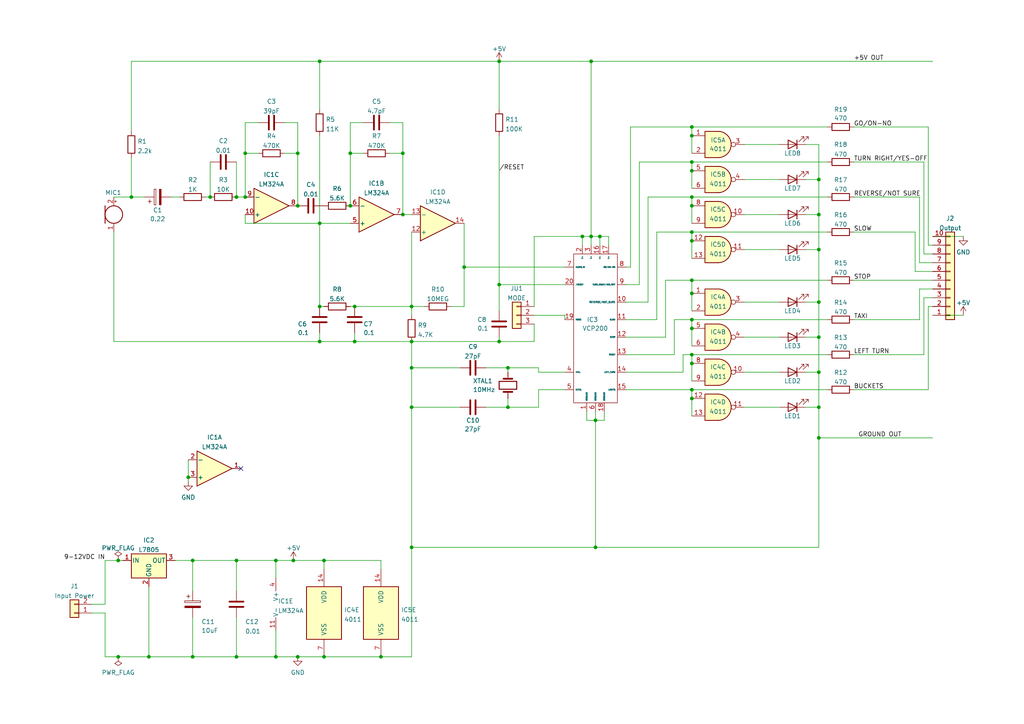
<source format=kicad_sch>
(kicad_sch (version 20211123) (generator eeschema)
  (paper "A4")
  (lib_symbols
    (symbol "4xxx:4011" (pin_names (offset 1.016))
      (property "Reference" "U" (at 0 1.27 0))
      (property "Value" "4011" (at 0 -1.27 0))
      (symbol "4011_1_1"
        (arc (start 0 -3.81) (mid 3.81 0) (end 0 3.81) (stroke (width 0.254)) (fill (type background)))
        (polyline (pts (xy 0 3.81) (xy -3.81 3.81) (xy -3.81 -3.81) (xy 0 -3.81)) (stroke (width 0.254)) (fill (type background)))
        (pin input line (at -7.62 2.54 0) (length 3.81) (name "~") (number "1"))
        (pin input line (at -7.62 -2.54 0) (length 3.81) (name "~") (number "2"))
        (pin output inverted (at 7.62 0 180) (length 3.81) (name "~") (number "3"))
      )
      (symbol "4011_1_2"
        (arc (start -3.81 -3.81) (mid -2.589 0) (end -3.81 3.81) (stroke (width 0.254)))
        (arc (start -0.6096 -3.81) (mid 2.1855 -2.584) (end 3.81 0) (stroke (width 0.254)) (fill (type background)))
        (polyline (pts (xy -3.81 -3.81) (xy -0.635 -3.81)) (stroke (width 0.254)) (fill (type background)))
        (polyline (pts (xy -3.81 3.81) (xy -0.635 3.81)) (stroke (width 0.254)) (fill (type background)))
        (polyline (pts (xy -0.635 3.81) (xy -3.81 3.81) (xy -3.81 3.81) (xy -3.556 3.4036) (xy -3.0226 2.2606) (xy -2.6924 1.0414) (xy -2.6162 -0.254) (xy -2.7686 -1.4986) (xy -3.175 -2.7178) (xy -3.81 -3.81) (xy -3.81 -3.81) (xy -0.635 -3.81)) (stroke (width -25.4)) (fill (type background)))
        (arc (start 3.81 0) (mid 2.1928 2.5925) (end -0.6096 3.81) (stroke (width 0.254)) (fill (type background)))
        (pin input inverted (at -7.62 2.54 0) (length 4.318) (name "~") (number "1"))
        (pin input inverted (at -7.62 -2.54 0) (length 4.318) (name "~") (number "2"))
        (pin output line (at 7.62 0 180) (length 3.81) (name "~") (number "3"))
      )
      (symbol "4011_2_1"
        (arc (start 0 -3.81) (mid 3.81 0) (end 0 3.81) (stroke (width 0.254)) (fill (type background)))
        (polyline (pts (xy 0 3.81) (xy -3.81 3.81) (xy -3.81 -3.81) (xy 0 -3.81)) (stroke (width 0.254)) (fill (type background)))
        (pin output inverted (at 7.62 0 180) (length 3.81) (name "~") (number "4"))
        (pin input line (at -7.62 2.54 0) (length 3.81) (name "~") (number "5"))
        (pin input line (at -7.62 -2.54 0) (length 3.81) (name "~") (number "6"))
      )
      (symbol "4011_2_2"
        (arc (start -3.81 -3.81) (mid -2.589 0) (end -3.81 3.81) (stroke (width 0.254)))
        (arc (start -0.6096 -3.81) (mid 2.1855 -2.584) (end 3.81 0) (stroke (width 0.254)) (fill (type background)))
        (polyline (pts (xy -3.81 -3.81) (xy -0.635 -3.81)) (stroke (width 0.254)) (fill (type background)))
        (polyline (pts (xy -3.81 3.81) (xy -0.635 3.81)) (stroke (width 0.254)) (fill (type background)))
        (polyline (pts (xy -0.635 3.81) (xy -3.81 3.81) (xy -3.81 3.81) (xy -3.556 3.4036) (xy -3.0226 2.2606) (xy -2.6924 1.0414) (xy -2.6162 -0.254) (xy -2.7686 -1.4986) (xy -3.175 -2.7178) (xy -3.81 -3.81) (xy -3.81 -3.81) (xy -0.635 -3.81)) (stroke (width -25.4)) (fill (type background)))
        (arc (start 3.81 0) (mid 2.1928 2.5925) (end -0.6096 3.81) (stroke (width 0.254)) (fill (type background)))
        (pin output line (at 7.62 0 180) (length 3.81) (name "~") (number "4"))
        (pin input inverted (at -7.62 2.54 0) (length 4.318) (name "~") (number "5"))
        (pin input inverted (at -7.62 -2.54 0) (length 4.318) (name "~") (number "6"))
      )
      (symbol "4011_3_1"
        (arc (start 0 -3.81) (mid 3.81 0) (end 0 3.81) (stroke (width 0.254)) (fill (type background)))
        (polyline (pts (xy 0 3.81) (xy -3.81 3.81) (xy -3.81 -3.81) (xy 0 -3.81)) (stroke (width 0.254)) (fill (type background)))
        (pin output inverted (at 7.62 0 180) (length 3.81) (name "~") (number "10"))
        (pin input line (at -7.62 2.54 0) (length 3.81) (name "~") (number "8"))
        (pin input line (at -7.62 -2.54 0) (length 3.81) (name "~") (number "9"))
      )
      (symbol "4011_3_2"
        (arc (start -3.81 -3.81) (mid -2.589 0) (end -3.81 3.81) (stroke (width 0.254)))
        (arc (start -0.6096 -3.81) (mid 2.1855 -2.584) (end 3.81 0) (stroke (width 0.254)) (fill (type background)))
        (polyline (pts (xy -3.81 -3.81) (xy -0.635 -3.81)) (stroke (width 0.254)) (fill (type background)))
        (polyline (pts (xy -3.81 3.81) (xy -0.635 3.81)) (stroke (width 0.254)) (fill (type background)))
        (polyline (pts (xy -0.635 3.81) (xy -3.81 3.81) (xy -3.81 3.81) (xy -3.556 3.4036) (xy -3.0226 2.2606) (xy -2.6924 1.0414) (xy -2.6162 -0.254) (xy -2.7686 -1.4986) (xy -3.175 -2.7178) (xy -3.81 -3.81) (xy -3.81 -3.81) (xy -0.635 -3.81)) (stroke (width -25.4)) (fill (type background)))
        (arc (start 3.81 0) (mid 2.1928 2.5925) (end -0.6096 3.81) (stroke (width 0.254)) (fill (type background)))
        (pin output line (at 7.62 0 180) (length 3.81) (name "~") (number "10"))
        (pin input inverted (at -7.62 2.54 0) (length 4.318) (name "~") (number "8"))
        (pin input inverted (at -7.62 -2.54 0) (length 4.318) (name "~") (number "9"))
      )
      (symbol "4011_4_1"
        (arc (start 0 -3.81) (mid 3.81 0) (end 0 3.81) (stroke (width 0.254)) (fill (type background)))
        (polyline (pts (xy 0 3.81) (xy -3.81 3.81) (xy -3.81 -3.81) (xy 0 -3.81)) (stroke (width 0.254)) (fill (type background)))
        (pin output inverted (at 7.62 0 180) (length 3.81) (name "~") (number "11"))
        (pin input line (at -7.62 2.54 0) (length 3.81) (name "~") (number "12"))
        (pin input line (at -7.62 -2.54 0) (length 3.81) (name "~") (number "13"))
      )
      (symbol "4011_4_2"
        (arc (start -3.81 -3.81) (mid -2.589 0) (end -3.81 3.81) (stroke (width 0.254)))
        (arc (start -0.6096 -3.81) (mid 2.1855 -2.584) (end 3.81 0) (stroke (width 0.254)) (fill (type background)))
        (polyline (pts (xy -3.81 -3.81) (xy -0.635 -3.81)) (stroke (width 0.254)) (fill (type background)))
        (polyline (pts (xy -3.81 3.81) (xy -0.635 3.81)) (stroke (width 0.254)) (fill (type background)))
        (polyline (pts (xy -0.635 3.81) (xy -3.81 3.81) (xy -3.81 3.81) (xy -3.556 3.4036) (xy -3.0226 2.2606) (xy -2.6924 1.0414) (xy -2.6162 -0.254) (xy -2.7686 -1.4986) (xy -3.175 -2.7178) (xy -3.81 -3.81) (xy -3.81 -3.81) (xy -0.635 -3.81)) (stroke (width -25.4)) (fill (type background)))
        (arc (start 3.81 0) (mid 2.1928 2.5925) (end -0.6096 3.81) (stroke (width 0.254)) (fill (type background)))
        (pin output line (at 7.62 0 180) (length 3.81) (name "~") (number "11"))
        (pin input inverted (at -7.62 2.54 0) (length 4.318) (name "~") (number "12"))
        (pin input inverted (at -7.62 -2.54 0) (length 4.318) (name "~") (number "13"))
      )
      (symbol "4011_5_0"
        (pin power_in line (at 0 12.7 270) (length 5.08) (name "VDD") (number "14"))
        (pin power_in line (at 0 -12.7 90) (length 5.08) (name "VSS") (number "7"))
      )
      (symbol "4011_5_1"
        (rectangle (start -5.08 7.62) (end 5.08 -7.62) (stroke (width 0.254)) (fill (type background)))
      )
    )
    (symbol "Amplifier_Operational:LM324A" (pin_names (offset 0.127))
      (property "Reference" "U" (at 0 5.08 0))
      (property "Value" "LM324A" (at 0 -5.08 0))
      (symbol "LM324A_1_1"
        (polyline (pts (xy -5.08 5.08) (xy 5.08 0) (xy -5.08 -5.08) (xy -5.08 5.08)) (stroke (width 0.254)) (fill (type background)))
        (pin output line (at 7.62 0 180) (length 2.54) (name "~") (number "1"))
        (pin input line (at -7.62 -2.54 0) (length 2.54) (name "-") (number "2"))
        (pin input line (at -7.62 2.54 0) (length 2.54) (name "+") (number "3"))
      )
      (symbol "LM324A_2_1"
        (polyline (pts (xy -5.08 5.08) (xy 5.08 0) (xy -5.08 -5.08) (xy -5.08 5.08)) (stroke (width 0.254)) (fill (type background)))
        (pin input line (at -7.62 2.54 0) (length 2.54) (name "+") (number "5"))
        (pin input line (at -7.62 -2.54 0) (length 2.54) (name "-") (number "6"))
        (pin output line (at 7.62 0 180) (length 2.54) (name "~") (number "7"))
      )
      (symbol "LM324A_3_1"
        (polyline (pts (xy -5.08 5.08) (xy 5.08 0) (xy -5.08 -5.08) (xy -5.08 5.08)) (stroke (width 0.254)) (fill (type background)))
        (pin input line (at -7.62 2.54 0) (length 2.54) (name "+") (number "10"))
        (pin output line (at 7.62 0 180) (length 2.54) (name "~") (number "8"))
        (pin input line (at -7.62 -2.54 0) (length 2.54) (name "-") (number "9"))
      )
      (symbol "LM324A_4_1"
        (polyline (pts (xy -5.08 5.08) (xy 5.08 0) (xy -5.08 -5.08) (xy -5.08 5.08)) (stroke (width 0.254)) (fill (type background)))
        (pin input line (at -7.62 2.54 0) (length 2.54) (name "+") (number "12"))
        (pin input line (at -7.62 -2.54 0) (length 2.54) (name "-") (number "13"))
        (pin output line (at 7.62 0 180) (length 2.54) (name "~") (number "14"))
      )
      (symbol "LM324A_5_1"
        (pin power_in line (at -2.54 -7.62 90) (length 3.81) (name "V-") (number "11"))
        (pin power_in line (at -2.54 7.62 270) (length 3.81) (name "V+") (number "4"))
      )
    )
    (symbol "Connector_Generic:Conn_01x02" (pin_names (offset 1.016) hide)
      (property "Reference" "J" (at 0 2.54 0))
      (property "Value" "Conn_01x02" (at 0 -5.08 0))
      (symbol "Conn_01x02_1_1"
        (rectangle (start -1.27 -2.413) (end 0 -2.667) (stroke (width 0.1524)))
        (rectangle (start -1.27 0.127) (end 0 -0.127) (stroke (width 0.1524)))
        (rectangle (start -1.27 1.27) (end 1.27 -3.81) (stroke (width 0.254)) (fill (type background)))
        (pin passive line (at -5.08 0 0) (length 3.81) (name "Pin_1") (number "1"))
        (pin passive line (at -5.08 -2.54 0) (length 3.81) (name "Pin_2") (number "2"))
      )
    )
    (symbol "Connector_Generic:Conn_01x03" (pin_names (offset 1.016) hide)
      (property "Reference" "J" (at 0 5.08 0))
      (property "Value" "Conn_01x03" (at 0 -5.08 0))
      (symbol "Conn_01x03_1_1"
        (rectangle (start -1.27 -2.413) (end 0 -2.667) (stroke (width 0.1524)))
        (rectangle (start -1.27 0.127) (end 0 -0.127) (stroke (width 0.1524)))
        (rectangle (start -1.27 2.667) (end 0 2.413) (stroke (width 0.1524)))
        (rectangle (start -1.27 3.81) (end 1.27 -3.81) (stroke (width 0.254)) (fill (type background)))
        (pin passive line (at -5.08 2.54 0) (length 3.81) (name "Pin_1") (number "1"))
        (pin passive line (at -5.08 0 0) (length 3.81) (name "Pin_2") (number "2"))
        (pin passive line (at -5.08 -2.54 0) (length 3.81) (name "Pin_3") (number "3"))
      )
    )
    (symbol "Connector_Generic:Conn_01x10" (pin_names (offset 1.016) hide)
      (property "Reference" "J" (at 0 12.7 0))
      (property "Value" "Conn_01x10" (at 0 -15.24 0))
      (symbol "Conn_01x10_1_1"
        (rectangle (start -1.27 -12.573) (end 0 -12.827) (stroke (width 0.1524)))
        (rectangle (start -1.27 -10.033) (end 0 -10.287) (stroke (width 0.1524)))
        (rectangle (start -1.27 -7.493) (end 0 -7.747) (stroke (width 0.1524)))
        (rectangle (start -1.27 -4.953) (end 0 -5.207) (stroke (width 0.1524)))
        (rectangle (start -1.27 -2.413) (end 0 -2.667) (stroke (width 0.1524)))
        (rectangle (start -1.27 0.127) (end 0 -0.127) (stroke (width 0.1524)))
        (rectangle (start -1.27 2.667) (end 0 2.413) (stroke (width 0.1524)))
        (rectangle (start -1.27 5.207) (end 0 4.953) (stroke (width 0.1524)))
        (rectangle (start -1.27 7.747) (end 0 7.493) (stroke (width 0.1524)))
        (rectangle (start -1.27 10.287) (end 0 10.033) (stroke (width 0.1524)))
        (rectangle (start -1.27 11.43) (end 1.27 -13.97) (stroke (width 0.254)) (fill (type background)))
        (pin passive line (at -5.08 10.16 0) (length 3.81) (name "Pin_1") (number "1"))
        (pin passive line (at -5.08 -12.7 0) (length 3.81) (name "Pin_10") (number "10"))
        (pin passive line (at -5.08 7.62 0) (length 3.81) (name "Pin_2") (number "2"))
        (pin passive line (at -5.08 5.08 0) (length 3.81) (name "Pin_3") (number "3"))
        (pin passive line (at -5.08 2.54 0) (length 3.81) (name "Pin_4") (number "4"))
        (pin passive line (at -5.08 0 0) (length 3.81) (name "Pin_5") (number "5"))
        (pin passive line (at -5.08 -2.54 0) (length 3.81) (name "Pin_6") (number "6"))
        (pin passive line (at -5.08 -5.08 0) (length 3.81) (name "Pin_7") (number "7"))
        (pin passive line (at -5.08 -7.62 0) (length 3.81) (name "Pin_8") (number "8"))
        (pin passive line (at -5.08 -10.16 0) (length 3.81) (name "Pin_9") (number "9"))
      )
    )
    (symbol "Device:C" (pin_numbers hide) (pin_names (offset 0.254))
      (property "Reference" "C" (at 0.635 2.54 0))
      (property "Value" "C" (at 0.635 -2.54 0))
      (symbol "C_0_1"
        (polyline (pts (xy -2.032 -0.762) (xy 2.032 -0.762)) (stroke (width 0.508)))
        (polyline (pts (xy -2.032 0.762) (xy 2.032 0.762)) (stroke (width 0.508)))
      )
      (symbol "C_1_1"
        (pin passive line (at 0 3.81 270) (length 2.794) (name "~") (number "1"))
        (pin passive line (at 0 -3.81 90) (length 2.794) (name "~") (number "2"))
      )
    )
    (symbol "Device:C_Polarized" (pin_numbers hide) (pin_names (offset 0.254))
      (property "Reference" "C" (at 0.635 2.54 0))
      (property "Value" "C_Polarized" (at 0.635 -2.54 0))
      (symbol "C_Polarized_0_1"
        (rectangle (start -2.286 0.508) (end 2.286 1.016))
        (polyline (pts (xy -1.778 2.286) (xy -0.762 2.286)))
        (polyline (pts (xy -1.27 2.794) (xy -1.27 1.778)))
        (rectangle (start 2.286 -0.508) (end -2.286 -1.016) (fill (type outline)))
      )
      (symbol "C_Polarized_1_1"
        (pin passive line (at 0 3.81 270) (length 2.794) (name "~") (number "1"))
        (pin passive line (at 0 -3.81 90) (length 2.794) (name "~") (number "2"))
      )
    )
    (symbol "Device:Crystal" (pin_numbers hide) (pin_names (offset 1.016) hide)
      (property "Reference" "Y" (at 0 3.81 0))
      (property "Value" "Crystal" (at 0 -3.81 0))
      (symbol "Crystal_0_1"
        (rectangle (start -1.143 2.54) (end 1.143 -2.54) (stroke (width 0.3048)))
        (polyline (pts (xy -2.54 0) (xy -1.905 0)))
        (polyline (pts (xy -1.905 -1.27) (xy -1.905 1.27)) (stroke (width 0.508)))
        (polyline (pts (xy 1.905 -1.27) (xy 1.905 1.27)) (stroke (width 0.508)))
        (polyline (pts (xy 2.54 0) (xy 1.905 0)))
      )
      (symbol "Crystal_1_1"
        (pin passive line (at -3.81 0 0) (length 1.27) (name "1") (number "1"))
        (pin passive line (at 3.81 0 180) (length 1.27) (name "2") (number "2"))
      )
    )
    (symbol "Device:LED" (pin_numbers hide) (pin_names (offset 1.016) hide)
      (property "Reference" "D" (at 0 2.54 0))
      (property "Value" "LED" (at 0 -2.54 0))
      (symbol "LED_0_1"
        (polyline (pts (xy -1.27 -1.27) (xy -1.27 1.27)) (stroke (width 0.254)))
        (polyline (pts (xy -1.27 0) (xy 1.27 0)))
        (polyline (pts (xy 1.27 -1.27) (xy 1.27 1.27) (xy -1.27 0) (xy 1.27 -1.27)) (stroke (width 0.254)))
        (polyline (pts (xy -3.048 -0.762) (xy -4.572 -2.286) (xy -3.81 -2.286) (xy -4.572 -2.286) (xy -4.572 -1.524)))
        (polyline (pts (xy -1.778 -0.762) (xy -3.302 -2.286) (xy -2.54 -2.286) (xy -3.302 -2.286) (xy -3.302 -1.524)))
      )
      (symbol "LED_1_1"
        (pin passive line (at -3.81 0 0) (length 2.54) (name "K") (number "1"))
        (pin passive line (at 3.81 0 180) (length 2.54) (name "A") (number "2"))
      )
    )
    (symbol "Device:Microphone" (pin_names (offset 0.0254) hide)
      (property "Reference" "MK" (at -3.81 1.27 0))
      (property "Value" "Microphone" (at -3.81 -0.635 0))
      (symbol "Microphone_0_1"
        (polyline (pts (xy -2.54 2.54) (xy -2.54 -2.54)) (stroke (width 0.254)))
        (polyline (pts (xy 0.254 3.81) (xy 0.762 3.81)))
        (polyline (pts (xy 0.508 4.064) (xy 0.508 3.556)))
        (circle (center 0 0) (radius 2.54) (stroke (width 0.254)))
      )
      (symbol "Microphone_1_1"
        (pin passive line (at 0 -5.08 90) (length 2.54) (name "-") (number "1"))
        (pin passive line (at 0 5.08 270) (length 2.54) (name "+") (number "2"))
      )
    )
    (symbol "Device:R" (pin_numbers hide) (pin_names (offset 0))
      (property "Reference" "R" (at 2.032 0 90))
      (property "Value" "R" (at 0 0 90))
      (symbol "R_0_1"
        (rectangle (start -1.016 -2.54) (end 1.016 2.54) (stroke (width 0.254)))
      )
      (symbol "R_1_1"
        (pin passive line (at 0 3.81 270) (length 1.27) (name "~") (number "1"))
        (pin passive line (at 0 -3.81 90) (length 1.27) (name "~") (number "2"))
      )
    )
    (symbol "Evan's misc parts:VCP200"
      (property "Reference" "U" (at 0 0 0))
      (property "Value" "VCP200" (at 0 -2.54 0))
      (symbol "VCP200_0_1"
        (rectangle (start -6.35 19.05) (end 6.35 -24.13) (stroke (width 0.1524)))
      )
      (symbol "VCP200_1_1"
        (pin power_in line (at -2.54 -26.67 90) (length 2.54) (name "GROUND") (number "1"))
        (pin output line (at 8.89 5.08 180) (length 2.54) (name "REVERSE/NOT_SURE") (number "10"))
        (pin output line (at 8.89 0 180) (length 2.54) (name "SLOW") (number "11"))
        (pin output line (at 8.89 -5.08 180) (length 2.54) (name "STOP") (number "12"))
        (pin output line (at 8.89 -10.16 180) (length 2.54) (name "RESET") (number "13"))
        (pin output line (at 8.89 -15.24 180) (length 2.54) (name "LEFT_TURN") (number "14"))
        (pin output line (at 8.89 -20.32 180) (length 2.54) (name "LIGHTS") (number "15"))
        (pin power_in line (at 1.27 21.59 270) (length 2.54) (name "V+") (number "16"))
        (pin power_in line (at 3.81 21.59 270) (length 2.54) (name "V+") (number "17"))
        (pin power_in line (at 2.54 -26.67 90) (length 2.54) (name "GROUND") (number "18"))
        (pin input line (at -8.89 0 0) (length 2.54) (name "MODE") (number "19"))
        (pin power_in line (at -3.81 21.59 270) (length 2.54) (name "V+") (number "2"))
        (pin input line (at -8.89 10.16 0) (length 2.54) (name "/RESET") (number "20"))
        (pin power_in line (at -1.27 21.59 270) (length 2.54) (name "V+") (number "3"))
        (pin bidirectional line (at -8.89 -15.24 0) (length 2.54) (name "XTAL") (number "4"))
        (pin bidirectional line (at -8.89 -20.32 0) (length 2.54) (name "EXTAL") (number "5"))
        (pin power_in line (at 0 -26.67 90) (length 2.54) (name "GROUND") (number "6"))
        (pin input line (at -8.89 15.24 0) (length 2.54) (name "AUDIO_IN") (number "7"))
        (pin output line (at 8.89 15.24 180) (length 2.54) (name "GO/NO-ON") (number "8"))
        (pin output line (at 8.89 10.16 180) (length 2.54) (name "TURN_RIGHT/YES/OFF") (number "9"))
      )
    )
    (symbol "Regulator_Linear:L7805" (pin_names (offset 0.254))
      (property "Reference" "U" (at -3.81 3.175 0))
      (property "Value" "L7805" (at 0 3.175 0))
      (symbol "L7805_0_1"
        (rectangle (start -5.08 1.905) (end 5.08 -5.08) (stroke (width 0.254)) (fill (type background)))
      )
      (symbol "L7805_1_1"
        (pin power_in line (at -7.62 0 0) (length 2.54) (name "IN") (number "1"))
        (pin power_in line (at 0 -7.62 90) (length 2.54) (name "GND") (number "2"))
        (pin power_out line (at 7.62 0 180) (length 2.54) (name "OUT") (number "3"))
      )
    )
    (symbol "power:+5V" (power) (pin_names (offset 0))
      (property "Value" "+5V" (at 0 3.556 0))
      (symbol "+5V_0_1"
        (polyline (pts (xy -0.762 1.27) (xy 0 2.54)))
        (polyline (pts (xy 0 0) (xy 0 2.54)))
        (polyline (pts (xy 0 2.54) (xy 0.762 1.27)))
      )
      (symbol "+5V_1_1"
        (pin power_in line (at 0 0 90) (length 0) hide (name "+5V") (number "1"))
      )
    )
    (symbol "power:GND" (power) (pin_names (offset 0))
      (property "Value" "GND" (at 0 -3.81 0))
      (symbol "GND_0_1"
        (polyline (pts (xy 0 0) (xy 0 -1.27) (xy 1.27 -1.27) (xy 0 -2.54) (xy -1.27 -1.27) (xy 0 -1.27)))
      )
      (symbol "GND_1_1"
        (pin power_in line (at 0 0 270) (length 0) hide (name "GND") (number "1"))
      )
    )
    (symbol "power:PWR_FLAG" (power) (pin_numbers hide) (pin_names (offset 0) hide)
      (property "Value" "PWR_FLAG" (at 0 3.81 0))
      (symbol "PWR_FLAG_0_0"
        (pin power_out line (at 0 0 90) (length 0) (name "pwr") (number "1"))
      )
      (symbol "PWR_FLAG_0_1"
        (polyline (pts (xy 0 0) (xy 0 1.27) (xy -1.016 1.905) (xy 0 2.54) (xy 1.016 1.905) (xy 0 1.27)))
      )
    )
  )
  (junction (at 68.58 57.15))
  (junction (at 237.49 97.79))
  (junction (at 237.49 52.07))
  (junction (at 110.49 190.5))
  (junction (at 200.66 95.25))
  (junction (at 144.78 82.55))
  (junction (at 43.18 190.5))
  (junction (at 134.62 77.47))
  (junction (at 171.45 17.78))
  (junction (at 147.32 118.11))
  (junction (at 119.38 99.06))
  (junction (at 86.36 190.5))
  (junction (at 92.71 88.9))
  (junction (at 200.66 92.71))
  (junction (at 200.66 49.53))
  (junction (at 86.36 44.45))
  (junction (at 92.71 64.77))
  (junction (at 237.49 87.63))
  (junction (at 55.88 190.5))
  (junction (at 200.66 69.85))
  (junction (at 60.96 57.15))
  (junction (at 80.01 162.56))
  (junction (at 102.87 88.9))
  (junction (at 200.66 39.37))
  (junction (at 172.72 121.92))
  (junction (at 116.84 44.45))
  (junction (at 237.49 107.95))
  (junction (at 68.58 190.5))
  (junction (at 200.66 59.69))
  (junction (at 92.71 17.78))
  (junction (at 173.99 68.58))
  (junction (at 102.87 99.06))
  (junction (at 68.58 162.56))
  (junction (at 200.66 113.03))
  (junction (at 237.49 62.23))
  (junction (at 34.29 162.56))
  (junction (at 54.61 138.43))
  (junction (at 200.66 85.09))
  (junction (at 171.45 68.58))
  (junction (at 237.49 72.39))
  (junction (at 119.38 88.9))
  (junction (at 200.66 67.31))
  (junction (at 71.12 57.15))
  (junction (at 101.6 44.45))
  (junction (at 86.36 59.69))
  (junction (at 80.01 190.5))
  (junction (at 200.66 115.57))
  (junction (at 237.49 127))
  (junction (at 116.84 62.23))
  (junction (at 200.66 36.83))
  (junction (at 172.72 158.75))
  (junction (at 200.66 105.41))
  (junction (at 71.12 44.45))
  (junction (at 200.66 57.15))
  (junction (at 200.66 81.28))
  (junction (at 55.88 162.56))
  (junction (at 119.38 106.68))
  (junction (at 101.6 59.69))
  (junction (at 168.91 68.58))
  (junction (at 93.98 190.5))
  (junction (at 34.29 190.5))
  (junction (at 38.1 57.15))
  (junction (at 200.66 102.87))
  (junction (at 119.38 118.11))
  (junction (at 147.32 106.68))
  (junction (at 144.78 99.06))
  (junction (at 92.71 99.06))
  (junction (at 144.78 17.78))
  (junction (at 237.49 118.11))
  (junction (at 93.98 162.56))
  (junction (at 85.09 162.56))
  (junction (at 200.66 46.99))
  (junction (at 119.38 158.75))
  (no_connect (at 69.85 135.89))
  (wire (pts (xy 82.55 44.45) (xy 86.36 44.45)))
  (wire (pts (xy 140.97 118.11) (xy 147.32 118.11)))
  (wire (pts (xy 240.03 102.87) (xy 200.66 102.87)))
  (wire (pts (xy 200.66 102.87) (xy 200.66 105.41)))
  (wire (pts (xy 80.01 162.56) (xy 80.01 167.64)))
  (wire (pts (xy 144.78 31.75) (xy 144.78 17.78)))
  (wire (pts (xy 237.49 87.63) (xy 237.49 97.79)))
  (wire (pts (xy 237.49 127) (xy 237.49 158.75)))
  (wire (pts (xy 182.88 36.83) (xy 182.88 77.47)))
  (wire (pts (xy 181.61 113.03) (xy 200.66 113.03)))
  (wire (pts (xy 215.9 72.39) (xy 226.06 72.39)))
  (wire (pts (xy 34.29 190.5) (xy 43.18 190.5)))
  (wire (pts (xy 170.18 119.38) (xy 170.18 121.92)))
  (wire (pts (xy 172.72 121.92) (xy 172.72 158.75)))
  (wire (pts (xy 269.24 88.9) (xy 269.24 113.03)))
  (wire (pts (xy 119.38 158.75) (xy 119.38 190.5)))
  (wire (pts (xy 200.66 67.31) (xy 200.66 69.85)))
  (wire (pts (xy 101.6 59.69) (xy 101.6 44.45)))
  (wire (pts (xy 193.04 81.28) (xy 193.04 97.79)))
  (wire (pts (xy 30.48 162.56) (xy 34.29 162.56)))
  (wire (pts (xy 200.66 57.15) (xy 187.96 57.15)))
  (wire (pts (xy 195.58 92.71) (xy 195.58 102.87)))
  (wire (pts (xy 215.9 107.95) (xy 226.06 107.95)))
  (wire (pts (xy 269.24 71.12) (xy 269.24 36.83)))
  (wire (pts (xy 68.58 190.5) (xy 55.88 190.5)))
  (wire (pts (xy 200.66 92.71) (xy 195.58 92.71)))
  (wire (pts (xy 267.97 46.99) (xy 267.97 73.66)))
  (wire (pts (xy 215.9 118.11) (xy 226.06 118.11)))
  (wire (pts (xy 33.02 99.06) (xy 92.71 99.06)))
  (wire (pts (xy 173.99 68.58) (xy 173.99 71.12)))
  (wire (pts (xy 119.38 88.9) (xy 123.19 88.9)))
  (wire (pts (xy 185.42 46.99) (xy 185.42 82.55)))
  (wire (pts (xy 267.97 86.36) (xy 267.97 102.87)))
  (wire (pts (xy 26.67 175.26) (xy 30.48 175.26)))
  (wire (pts (xy 110.49 190.5) (xy 93.98 190.5)))
  (wire (pts (xy 198.12 102.87) (xy 198.12 107.95)))
  (wire (pts (xy 30.48 177.8) (xy 30.48 190.5)))
  (wire (pts (xy 101.6 44.45) (xy 101.6 35.56)))
  (wire (pts (xy 144.78 82.55) (xy 163.83 82.55)))
  (wire (pts (xy 163.83 107.95) (xy 156.21 107.95)))
  (wire (pts (xy 176.53 68.58) (xy 176.53 71.12)))
  (wire (pts (xy 269.24 113.03) (xy 247.65 113.03)))
  (wire (pts (xy 113.03 35.56) (xy 116.84 35.56)))
  (wire (pts (xy 175.26 121.92) (xy 172.72 121.92)))
  (wire (pts (xy 266.7 83.82) (xy 266.7 92.71)))
  (wire (pts (xy 147.32 106.68) (xy 147.32 107.95)))
  (wire (pts (xy 200.66 85.09) (xy 200.66 90.17)))
  (wire (pts (xy 116.84 35.56) (xy 116.84 44.45)))
  (wire (pts (xy 182.88 77.47) (xy 181.61 77.47)))
  (wire (pts (xy 200.66 49.53) (xy 200.66 54.61)))
  (wire (pts (xy 237.49 127) (xy 270.51 127)))
  (wire (pts (xy 265.43 67.31) (xy 247.65 67.31)))
  (wire (pts (xy 92.71 88.9) (xy 93.98 88.9)))
  (wire (pts (xy 163.83 91.44) (xy 163.83 92.71)))
  (wire (pts (xy 240.03 92.71) (xy 200.66 92.71)))
  (wire (pts (xy 119.38 118.11) (xy 133.35 118.11)))
  (wire (pts (xy 270.51 78.74) (xy 265.43 78.74)))
  (wire (pts (xy 270.51 71.12) (xy 269.24 71.12)))
  (wire (pts (xy 247.65 46.99) (xy 267.97 46.99)))
  (wire (pts (xy 269.24 36.83) (xy 247.65 36.83)))
  (wire (pts (xy 200.66 95.25) (xy 200.66 100.33)))
  (wire (pts (xy 134.62 64.77) (xy 134.62 77.47)))
  (wire (pts (xy 156.21 118.11) (xy 147.32 118.11)))
  (wire (pts (xy 200.66 113.03) (xy 200.66 115.57)))
  (wire (pts (xy 93.98 162.56) (xy 93.98 165.1)))
  (wire (pts (xy 156.21 113.03) (xy 156.21 118.11)))
  (wire (pts (xy 154.94 88.9) (xy 154.94 68.58)))
  (wire (pts (xy 119.38 99.06) (xy 119.38 106.68)))
  (wire (pts (xy 170.18 121.92) (xy 172.72 121.92)))
  (wire (pts (xy 80.01 190.5) (xy 86.36 190.5)))
  (wire (pts (xy 102.87 96.52) (xy 102.87 99.06)))
  (wire (pts (xy 130.81 88.9) (xy 134.62 88.9)))
  (wire (pts (xy 30.48 175.26) (xy 30.48 162.56)))
  (wire (pts (xy 54.61 138.43) (xy 54.61 139.7)))
  (wire (pts (xy 102.87 99.06) (xy 119.38 99.06)))
  (wire (pts (xy 71.12 35.56) (xy 71.12 44.45)))
  (wire (pts (xy 270.51 83.82) (xy 266.7 83.82)))
  (wire (pts (xy 92.71 39.37) (xy 92.71 64.77)))
  (wire (pts (xy 267.97 73.66) (xy 270.51 73.66)))
  (wire (pts (xy 119.38 190.5) (xy 110.49 190.5)))
  (wire (pts (xy 193.04 97.79) (xy 181.61 97.79)))
  (wire (pts (xy 215.9 41.91) (xy 226.06 41.91)))
  (wire (pts (xy 134.62 77.47) (xy 163.83 77.47)))
  (wire (pts (xy 215.9 52.07) (xy 226.06 52.07)))
  (wire (pts (xy 55.88 162.56) (xy 68.58 162.56)))
  (wire (pts (xy 68.58 179.07) (xy 68.58 190.5)))
  (wire (pts (xy 68.58 162.56) (xy 68.58 171.45)))
  (wire (pts (xy 55.88 162.56) (xy 55.88 171.45)))
  (wire (pts (xy 68.58 46.99) (xy 68.58 57.15)))
  (wire (pts (xy 59.69 57.15) (xy 60.96 57.15)))
  (wire (pts (xy 86.36 44.45) (xy 86.36 59.69)))
  (wire (pts (xy 119.38 106.68) (xy 133.35 106.68)))
  (wire (pts (xy 93.98 162.56) (xy 85.09 162.56)))
  (wire (pts (xy 92.71 64.77) (xy 92.71 88.9)))
  (wire (pts (xy 270.51 86.36) (xy 267.97 86.36)))
  (wire (pts (xy 101.6 35.56) (xy 105.41 35.56)))
  (wire (pts (xy 38.1 57.15) (xy 41.91 57.15)))
  (wire (pts (xy 247.65 92.71) (xy 266.7 92.71)))
  (wire (pts (xy 200.66 67.31) (xy 190.5 67.31)))
  (wire (pts (xy 80.01 190.5) (xy 68.58 190.5)))
  (wire (pts (xy 71.12 64.77) (xy 92.71 64.77)))
  (wire (pts (xy 49.53 57.15) (xy 52.07 57.15)))
  (wire (pts (xy 187.96 57.15) (xy 187.96 87.63)))
  (wire (pts (xy 144.78 17.78) (xy 171.45 17.78)))
  (wire (pts (xy 200.66 59.69) (xy 200.66 64.77)))
  (wire (pts (xy 237.49 118.11) (xy 237.49 127)))
  (wire (pts (xy 265.43 78.74) (xy 265.43 67.31)))
  (wire (pts (xy 240.03 36.83) (xy 200.66 36.83)))
  (wire (pts (xy 200.66 36.83) (xy 182.88 36.83)))
  (wire (pts (xy 82.55 35.56) (xy 86.36 35.56)))
  (wire (pts (xy 190.5 92.71) (xy 181.61 92.71)))
  (wire (pts (xy 200.66 36.83) (xy 200.66 39.37)))
  (wire (pts (xy 156.21 107.95) (xy 156.21 106.68)))
  (wire (pts (xy 93.98 190.5) (xy 86.36 190.5)))
  (wire (pts (xy 50.8 162.56) (xy 55.88 162.56)))
  (wire (pts (xy 215.9 62.23) (xy 226.06 62.23)))
  (wire (pts (xy 266.7 57.15) (xy 247.65 57.15)))
  (wire (pts (xy 171.45 68.58) (xy 171.45 71.12)))
  (wire (pts (xy 237.49 52.07) (xy 233.68 52.07)))
  (wire (pts (xy 86.36 35.56) (xy 86.36 44.45)))
  (wire (pts (xy 33.02 57.15) (xy 38.1 57.15)))
  (wire (pts (xy 43.18 170.18) (xy 43.18 190.5)))
  (wire (pts (xy 154.94 91.44) (xy 163.83 91.44)))
  (wire (pts (xy 147.32 115.57) (xy 147.32 118.11)))
  (wire (pts (xy 200.66 69.85) (xy 200.66 74.93)))
  (wire (pts (xy 237.49 52.07) (xy 237.49 62.23)))
  (wire (pts (xy 200.66 105.41) (xy 200.66 110.49)))
  (wire (pts (xy 101.6 44.45) (xy 105.41 44.45)))
  (wire (pts (xy 270.51 88.9) (xy 269.24 88.9)))
  (wire (pts (xy 237.49 62.23) (xy 237.49 72.39)))
  (wire (pts (xy 116.84 62.23) (xy 116.84 44.45)))
  (wire (pts (xy 240.03 46.99) (xy 200.66 46.99)))
  (wire (pts (xy 110.49 165.1) (xy 110.49 162.56)))
  (wire (pts (xy 156.21 106.68) (xy 147.32 106.68)))
  (wire (pts (xy 168.91 68.58) (xy 171.45 68.58)))
  (wire (pts (xy 60.96 46.99) (xy 60.96 57.15)))
  (wire (pts (xy 38.1 17.78) (xy 92.71 17.78)))
  (wire (pts (xy 173.99 68.58) (xy 176.53 68.58)))
  (wire (pts (xy 190.5 67.31) (xy 190.5 92.71)))
  (wire (pts (xy 267.97 102.87) (xy 247.65 102.87)))
  (wire (pts (xy 38.1 38.1) (xy 38.1 17.78)))
  (wire (pts (xy 200.66 92.71) (xy 200.66 95.25)))
  (wire (pts (xy 240.03 81.28) (xy 200.66 81.28)))
  (wire (pts (xy 237.49 107.95) (xy 233.68 107.95)))
  (wire (pts (xy 154.94 68.58) (xy 168.91 68.58)))
  (wire (pts (xy 33.02 67.31) (xy 33.02 99.06)))
  (wire (pts (xy 237.49 72.39) (xy 237.49 87.63)))
  (wire (pts (xy 270.51 91.44) (xy 279.4 91.44)))
  (wire (pts (xy 200.66 102.87) (xy 198.12 102.87)))
  (wire (pts (xy 119.38 67.31) (xy 119.38 88.9)))
  (wire (pts (xy 200.66 57.15) (xy 200.66 59.69)))
  (wire (pts (xy 237.49 62.23) (xy 233.68 62.23)))
  (wire (pts (xy 200.66 46.99) (xy 185.42 46.99)))
  (wire (pts (xy 144.78 39.37) (xy 144.78 82.55)))
  (wire (pts (xy 171.45 17.78) (xy 171.45 68.58)))
  (wire (pts (xy 71.12 62.23) (xy 71.12 64.77)))
  (wire (pts (xy 54.61 133.35) (xy 54.61 138.43)))
  (wire (pts (xy 74.93 35.56) (xy 71.12 35.56)))
  (wire (pts (xy 43.18 190.5) (xy 55.88 190.5)))
  (wire (pts (xy 26.67 177.8) (xy 30.48 177.8)))
  (wire (pts (xy 247.65 81.28) (xy 270.51 81.28)))
  (wire (pts (xy 101.6 88.9) (xy 102.87 88.9)))
  (wire (pts (xy 80.01 162.56) (xy 85.09 162.56)))
  (wire (pts (xy 110.49 162.56) (xy 93.98 162.56)))
  (wire (pts (xy 200.66 39.37) (xy 200.66 44.45)))
  (wire (pts (xy 237.49 158.75) (xy 172.72 158.75)))
  (wire (pts (xy 55.88 190.5) (xy 55.88 179.07)))
  (wire (pts (xy 215.9 87.63) (xy 226.06 87.63)))
  (wire (pts (xy 195.58 102.87) (xy 181.61 102.87)))
  (wire (pts (xy 134.62 77.47) (xy 134.62 88.9)))
  (wire (pts (xy 171.45 17.78) (xy 270.51 17.78)))
  (wire (pts (xy 68.58 162.56) (xy 80.01 162.56)))
  (wire (pts (xy 270.51 76.2) (xy 266.7 76.2)))
  (wire (pts (xy 119.38 88.9) (xy 119.38 91.44)))
  (wire (pts (xy 200.66 115.57) (xy 200.66 120.65)))
  (wire (pts (xy 240.03 67.31) (xy 200.66 67.31)))
  (wire (pts (xy 92.71 17.78) (xy 92.71 31.75)))
  (wire (pts (xy 233.68 41.91) (xy 237.49 41.91)))
  (wire (pts (xy 92.71 64.77) (xy 101.6 64.77)))
  (wire (pts (xy 237.49 41.91) (xy 237.49 52.07)))
  (wire (pts (xy 198.12 107.95) (xy 181.61 107.95)))
  (wire (pts (xy 71.12 57.15) (xy 68.58 57.15)))
  (wire (pts (xy 140.97 106.68) (xy 147.32 106.68)))
  (wire (pts (xy 116.84 44.45) (xy 113.03 44.45)))
  (wire (pts (xy 215.9 97.79) (xy 226.06 97.79)))
  (wire (pts (xy 172.72 121.92) (xy 172.72 119.38)))
  (wire (pts (xy 102.87 88.9) (xy 119.38 88.9)))
  (wire (pts (xy 240.03 57.15) (xy 200.66 57.15)))
  (wire (pts (xy 175.26 119.38) (xy 175.26 121.92)))
  (wire (pts (xy 237.49 97.79) (xy 233.68 97.79)))
  (wire (pts (xy 200.66 46.99) (xy 200.66 49.53)))
  (wire (pts (xy 154.94 93.98) (xy 154.94 99.06)))
  (wire (pts (xy 119.38 99.06) (xy 144.78 99.06)))
  (wire (pts (xy 171.45 68.58) (xy 173.99 68.58)))
  (wire (pts (xy 144.78 82.55) (xy 144.78 90.17)))
  (wire (pts (xy 92.71 99.06) (xy 102.87 99.06)))
  (wire (pts (xy 144.78 99.06) (xy 154.94 99.06)))
  (wire (pts (xy 237.49 72.39) (xy 233.68 72.39)))
  (wire (pts (xy 144.78 97.79) (xy 144.78 99.06)))
  (wire (pts (xy 163.83 113.03) (xy 156.21 113.03)))
  (wire (pts (xy 200.66 81.28) (xy 200.66 85.09)))
  (wire (pts (xy 119.38 106.68) (xy 119.38 118.11)))
  (wire (pts (xy 92.71 96.52) (xy 92.71 99.06)))
  (wire (pts (xy 237.49 118.11) (xy 233.68 118.11)))
  (wire (pts (xy 237.49 107.95) (xy 237.49 118.11)))
  (wire (pts (xy 266.7 76.2) (xy 266.7 57.15)))
  (wire (pts (xy 119.38 62.23) (xy 116.84 62.23)))
  (wire (pts (xy 38.1 57.15) (xy 38.1 45.72)))
  (wire (pts (xy 119.38 118.11) (xy 119.38 158.75)))
  (wire (pts (xy 172.72 158.75) (xy 119.38 158.75)))
  (wire (pts (xy 237.49 97.79) (xy 237.49 107.95)))
  (wire (pts (xy 34.29 162.56) (xy 35.56 162.56)))
  (wire (pts (xy 71.12 44.45) (xy 74.93 44.45)))
  (wire (pts (xy 80.01 182.88) (xy 80.01 190.5)))
  (wire (pts (xy 200.66 81.28) (xy 193.04 81.28)))
  (wire (pts (xy 168.91 68.58) (xy 168.91 71.12)))
  (wire (pts (xy 71.12 57.15) (xy 71.12 44.45)))
  (wire (pts (xy 185.42 82.55) (xy 181.61 82.55)))
  (wire (pts (xy 187.96 87.63) (xy 181.61 87.63)))
  (wire (pts (xy 30.48 190.5) (xy 34.29 190.5)))
  (wire (pts (xy 240.03 113.03) (xy 200.66 113.03)))
  (wire (pts (xy 270.51 68.58) (xy 279.4 68.58)))
  (wire (pts (xy 237.49 87.63) (xy 233.68 87.63)))
  (wire (pts (xy 144.78 17.78) (xy 92.71 17.78)))
  (label "9-12VDC IN" (at 30.48 162.56 180))
  (label "TAXI" (at 247.65 92.71 0))
  (label "BUCKETS" (at 247.65 113.03 0))
  (label "GO{slash}ON-NO" (at 247.65 36.83 0))
  (label "SLOW" (at 247.65 67.31 0))
  (label "TURN RIGHT{slash}YES-OFF" (at 247.65 46.99 0))
  (label "+5V OUT" (at 247.65 17.78 0))
  (label "{slash}RESET" (at 144.78 49.53 0))
  (label "LEFT TURN" (at 247.65 102.87 0))
  (label "REVERSE{slash}NOT SURE" (at 247.65 57.15 0))
  (label "GROUND OUT" (at 248.92 127 0))
  (label "STOP" (at 247.65 81.28 0))
  (symbol (lib_id "Amplifier_Operational:LM324A") (at 78.74 59.69 0) (mirror x) (unit 3)
    (property "Reference" "IC1" (at 78.74 50.6435 0))
    (property "Value" "LM324A" (at 78.74 53.4186 0))
    (property "Footprint" "Package_DIP:DIP-14_W7.62mm" (effects hide))
    (property "Datasheet" "http://www.ti.com/lit/ds/symlink/lm2902-n.pdf" (effects hide))
  )
  (symbol (lib_id "Device:LED") (at 229.87 41.91 180) (unit 1)
    (property "Reference" "LED8" (at 229.87 44.45 0))
    (property "Value" "LED" (effects hide))
    (property "Footprint" "LED_THT:LED_D5.0mm" (effects hide))
  )
  (symbol (lib_id "Device:C") (at 64.77 46.99 90) (unit 1)
    (property "Reference" "C2" (at 64.77 40.8645 90))
    (property "Value" "0.01" (at 64.77 43.6396 90))
    (property "Footprint" "Capacitor_THT:C_Disc_D4.3mm_W1.9mm_P5.00mm" (effects hide))
  )
  (symbol (lib_id "Device:R") (at 243.84 113.03 90) (unit 1)
    (property "Reference" "R12" (at 243.84 108.0475 90))
    (property "Value" "470" (at 243.84 110.8226 90))
    (property "Footprint" "Resistor_THT:R_Axial_DIN0207_L6.3mm_D2.5mm_P10.16mm_Horizontal" (effects hide))
  )
  (symbol (lib_id "power:GND") (at 54.61 139.7 0) (unit 1)
    (property "Reference" "#PWR0101" (effects hide))
    (property "Value" "GND" (at 54.61 144.2625 0))
  )
  (symbol (lib_id "Device:R") (at 127 88.9 90) (unit 1)
    (property "Reference" "R10" (at 127 83.9175 90))
    (property "Value" "10MEG" (at 127 86.6926 90))
    (property "Footprint" "Resistor_THT:R_Axial_DIN0207_L6.3mm_D2.5mm_P10.16mm_Horizontal" (effects hide))
  )
  (symbol (lib_id "Device:R") (at 78.74 44.45 90) (unit 1)
    (property "Reference" "R4" (at 78.74 39.4675 90))
    (property "Value" "470K" (at 78.74 42.2426 90))
    (property "Footprint" "Resistor_THT:R_Axial_DIN0207_L6.3mm_D2.5mm_P10.16mm_Horizontal" (effects hide))
  )
  (symbol (lib_id "Device:C") (at 90.17 59.69 90) (unit 1)
    (property "Reference" "C4" (at 90.17 53.5645 90))
    (property "Value" "0.01" (at 90.17 56.3396 90))
    (property "Footprint" "Capacitor_THT:C_Disc_D4.3mm_W1.9mm_P5.00mm" (effects hide))
  )
  (symbol (lib_id "power:GND") (at 279.4 68.58 0) (unit 1)
    (property "Reference" "#PWR0105" (effects hide))
    (property "Value" "GND" (at 279.4 73.1425 0))
  )
  (symbol (lib_id "Device:R") (at 55.88 57.15 90) (unit 1)
    (property "Reference" "R2" (at 55.88 52.1675 90))
    (property "Value" "1K" (at 55.88 54.9426 90))
    (property "Footprint" "Resistor_THT:R_Axial_DIN0207_L6.3mm_D2.5mm_P10.16mm_Horizontal" (effects hide))
  )
  (symbol (lib_id "power:PWR_FLAG") (at 34.29 162.56 0) (unit 1)
    (property "Reference" "#FLG0102" (effects hide))
    (property "Value" "PWR_FLAG" (at 34.29 158.9555 0))
  )
  (symbol (lib_id "Device:R") (at 243.84 102.87 90) (unit 1)
    (property "Reference" "R13" (at 243.84 97.8875 90))
    (property "Value" "470" (at 243.84 100.6626 90))
    (property "Footprint" "Resistor_THT:R_Axial_DIN0207_L6.3mm_D2.5mm_P10.16mm_Horizontal" (effects hide))
  )
  (symbol (lib_id "Amplifier_Operational:LM324A") (at 127 64.77 0) (mirror x) (unit 4)
    (property "Reference" "IC1" (at 127 55.7235 0))
    (property "Value" "LM324A" (at 127 58.4986 0))
    (property "Footprint" "Package_DIP:DIP-14_W7.62mm" (effects hide))
    (property "Datasheet" "http://www.ti.com/lit/ds/symlink/lm2902-n.pdf" (effects hide))
  )
  (symbol (lib_id "Device:R") (at 109.22 44.45 90) (unit 1)
    (property "Reference" "R7" (at 109.22 39.4675 90))
    (property "Value" "470K" (at 109.22 42.2426 90))
    (property "Footprint" "Resistor_THT:R_Axial_DIN0207_L6.3mm_D2.5mm_P10.16mm_Horizontal" (effects hide))
  )
  (symbol (lib_id "Device:C") (at 137.16 106.68 90) (unit 1)
    (property "Reference" "C9" (at 137.16 100.5545 90))
    (property "Value" "27pF" (at 137.16 103.3296 90))
    (property "Footprint" "Capacitor_THT:C_Disc_D4.3mm_W1.9mm_P5.00mm" (effects hide))
  )
  (symbol (lib_id "Device:LED") (at 229.87 52.07 180) (unit 1)
    (property "Reference" "LED7" (at 229.87 54.61 0))
    (property "Value" "LED" (effects hide))
    (property "Footprint" "LED_THT:LED_D5.0mm" (effects hide))
  )
  (symbol (lib_id "Connector_Generic:Conn_01x10") (at 275.59 81.28 0) (mirror x) (unit 1)
    (property "Reference" "J2" (at 275.59 63.3435 0))
    (property "Value" "Output" (at 275.59 66.1186 0))
    (property "Footprint" "Connector_PinHeader_2.54mm:PinHeader_1x10_P2.54mm_Vertical" (effects hide))
  )
  (symbol (lib_id "Device:C") (at 144.78 93.98 180) (unit 1)
    (property "Reference" "C8" (at 138.43 92.71 0) (effects (justify right)))
    (property "Value" "0.1" (at 138.43 95.25 0) (effects (justify right)))
    (property "Footprint" "Capacitor_THT:C_Disc_D4.3mm_W1.9mm_P5.00mm" (effects hide))
  )
  (symbol (lib_id "4xxx:4011") (at 208.28 52.07 0) (unit 2)
    (property "Reference" "IC5" (at 208.28 50.5649 0))
    (property "Value" "4011" (at 208.28 53.34 0))
    (property "Footprint" "Package_DIP:DIP-14_W7.62mm" (effects hide))
    (property "Datasheet" "http://www.intersil.com/content/dam/Intersil/documents/cd40/cd4011bms-12bms-23bms.pdf" (effects hide))
  )
  (symbol (lib_id "Amplifier_Operational:LM324A") (at 62.23 135.89 0) (mirror x) (unit 1)
    (property "Reference" "IC1" (at 62.23 126.8435 0))
    (property "Value" "LM324A" (at 62.23 129.6186 0))
    (property "Footprint" "Package_DIP:DIP-14_W7.62mm" (effects hide))
    (property "Datasheet" "http://www.ti.com/lit/ds/symlink/lm2902-n.pdf" (effects hide))
  )
  (symbol (lib_id "Device:Crystal") (at 147.32 111.76 90) (unit 1)
    (property "Reference" "XTAL1" (at 137.16 110.49 90) (effects (justify right)))
    (property "Value" "10MHz" (at 137.16 113.03 90) (effects (justify right)))
    (property "Footprint" "Crystal:Crystal_HC49-U_Vertical" (effects hide))
  )
  (symbol (lib_id "Device:R") (at 243.84 36.83 90) (unit 1)
    (property "Reference" "R19" (at 243.84 31.75 90))
    (property "Value" "470" (at 243.84 34.29 90))
    (property "Footprint" "Resistor_THT:R_Axial_DIN0207_L6.3mm_D2.5mm_P10.16mm_Horizontal" (effects hide))
  )
  (symbol (lib_id "Amplifier_Operational:LM324A") (at 109.22 62.23 0) (mirror x) (unit 2)
    (property "Reference" "IC1" (at 109.22 53.1835 0))
    (property "Value" "LM324A" (at 109.22 55.9586 0))
    (property "Footprint" "Package_DIP:DIP-14_W7.62mm" (effects hide))
    (property "Datasheet" "http://www.ti.com/lit/ds/symlink/lm2902-n.pdf" (effects hide))
  )
  (symbol (lib_id "Device:LED") (at 229.87 97.79 180) (unit 1)
    (property "Reference" "LED3" (at 229.87 100.33 0))
    (property "Value" "LED" (effects hide))
    (property "Footprint" "LED_THT:LED_D5.0mm" (effects hide))
  )
  (symbol (lib_id "Device:R") (at 243.84 57.15 90) (unit 1)
    (property "Reference" "R17" (at 243.84 52.1675 90))
    (property "Value" "470" (at 243.84 54.9426 90))
    (property "Footprint" "Resistor_THT:R_Axial_DIN0207_L6.3mm_D2.5mm_P10.16mm_Horizontal" (effects hide))
  )
  (symbol (lib_id "4xxx:4011") (at 208.28 107.95 0) (unit 3)
    (property "Reference" "IC4" (at 208.28 106.4449 0))
    (property "Value" "4011" (at 208.28 109.22 0))
    (property "Footprint" "Package_DIP:DIP-14_W7.62mm" (effects hide))
    (property "Datasheet" "http://www.intersil.com/content/dam/Intersil/documents/cd40/cd4011bms-12bms-23bms.pdf" (effects hide))
  )
  (symbol (lib_id "Device:R") (at 92.71 35.56 180) (unit 1)
    (property "Reference" "R5" (at 94.488 34.6515 0) (effects (justify right)))
    (property "Value" "11K" (at 94.488 37.4266 0) (effects (justify right)))
    (property "Footprint" "Resistor_THT:R_Axial_DIN0207_L6.3mm_D2.5mm_P10.16mm_Horizontal" (effects hide))
  )
  (symbol (lib_id "Device:R") (at 243.84 92.71 90) (unit 1)
    (property "Reference" "R14" (at 243.84 87.7275 90))
    (property "Value" "470" (at 243.84 90.5026 90))
    (property "Footprint" "Resistor_THT:R_Axial_DIN0207_L6.3mm_D2.5mm_P10.16mm_Horizontal" (effects hide))
  )
  (symbol (lib_id "Device:C") (at 137.16 118.11 90) (unit 1)
    (property "Reference" "C10" (at 137.16 121.92 90))
    (property "Value" "27pF" (at 137.16 124.46 90))
    (property "Footprint" "Capacitor_THT:C_Disc_D4.3mm_W1.9mm_P5.00mm" (effects hide))
  )
  (symbol (lib_id "4xxx:4011") (at 208.28 87.63 0) (unit 1)
    (property "Reference" "IC4" (at 208.28 86.1249 0))
    (property "Value" "4011" (at 208.28 88.9 0))
    (property "Footprint" "Package_DIP:DIP-14_W7.62mm" (effects hide))
    (property "Datasheet" "http://www.intersil.com/content/dam/Intersil/documents/cd40/cd4011bms-12bms-23bms.pdf" (effects hide))
  )
  (symbol (lib_id "power:+5V") (at 144.78 17.78 0) (unit 1)
    (property "Reference" "#PWR0104" (effects hide))
    (property "Value" "+5V" (at 144.78 14.1755 0))
  )
  (symbol (lib_id "Device:LED") (at 229.87 62.23 180) (unit 1)
    (property "Reference" "LED6" (at 229.87 64.77 0))
    (property "Value" "LED" (effects hide))
    (property "Footprint" "LED_THT:LED_D5.0mm" (effects hide))
  )
  (symbol (lib_id "Device:LED") (at 229.87 87.63 180) (unit 1)
    (property "Reference" "LED4" (at 229.87 90.17 0))
    (property "Value" "LED" (effects hide))
    (property "Footprint" "LED_THT:LED_D5.0mm" (effects hide))
  )
  (symbol (lib_id "power:+5V") (at 279.4 91.44 0) (unit 1)
    (property "Reference" "#PWR0106" (effects hide))
    (property "Value" "+5V" (at 279.4 87.8355 0))
  )
  (symbol (lib_id "Device:C") (at 68.58 175.26 180) (unit 1)
    (property "Reference" "C12" (at 71.12 180.34 0) (effects (justify right)))
    (property "Value" "0.01" (at 71.12 183.1151 0) (effects (justify right)))
    (property "Footprint" "Capacitor_THT:C_Disc_D4.3mm_W1.9mm_P5.00mm" (effects hide))
  )
  (symbol (lib_id "Connector_Generic:Conn_01x03") (at 149.86 91.44 0) (mirror y) (unit 1)
    (property "Reference" "JU1" (at 149.86 83.6635 0))
    (property "Value" "MODE" (at 149.86 86.4386 0))
    (property "Footprint" "Connector_PinHeader_2.54mm:PinHeader_1x03_P2.54mm_Vertical" (effects hide))
  )
  (symbol (lib_id "4xxx:4011") (at 93.98 177.8 0) (unit 5)
    (property "Reference" "IC4" (at 99.822 176.8915 0) (effects (justify left)))
    (property "Value" "4011" (at 99.822 179.6666 0) (effects (justify left)))
    (property "Footprint" "Package_DIP:DIP-14_W7.62mm" (effects hide))
    (property "Datasheet" "http://www.intersil.com/content/dam/Intersil/documents/cd40/cd4011bms-12bms-23bms.pdf" (effects hide))
  )
  (symbol (lib_id "Device:C_Polarized") (at 55.88 175.26 0) (unit 1)
    (property "Reference" "C11" (at 58.42 180.34 0) (effects (justify left)))
    (property "Value" "10uF" (at 58.42 182.88 0) (effects (justify left)))
    (property "Footprint" "Capacitor_THT:CP_Radial_D5.0mm_P2.00mm" (effects hide))
  )
  (symbol (lib_id "Device:R") (at 119.38 95.25 180) (unit 1)
    (property "Reference" "R9" (at 121.158 94.3415 0) (effects (justify right)))
    (property "Value" "4.7K" (at 121.158 97.1166 0) (effects (justify right)))
    (property "Footprint" "Resistor_THT:R_Axial_DIN0207_L6.3mm_D2.5mm_P10.16mm_Horizontal" (effects hide))
  )
  (symbol (lib_id "Device:C") (at 78.74 35.56 90) (unit 1)
    (property "Reference" "C3" (at 78.74 29.4345 90))
    (property "Value" "39pF" (at 78.74 32.2096 90))
    (property "Footprint" "Capacitor_THT:C_Disc_D4.3mm_W1.9mm_P5.00mm" (effects hide))
  )
  (symbol (lib_id "Device:LED") (at 229.87 118.11 180) (unit 1)
    (property "Reference" "LED1" (at 229.87 120.65 0))
    (property "Value" "LED" (effects hide))
    (property "Footprint" "LED_THT:LED_D5.0mm" (effects hide))
  )
  (symbol (lib_id "Amplifier_Operational:LM324A") (at 82.55 175.26 0) (unit 5)
    (property "Reference" "IC1" (at 80.645 174.3515 0) (effects (justify left)))
    (property "Value" "LM324A" (at 80.645 177.1266 0) (effects (justify left)))
    (property "Footprint" "Package_DIP:DIP-14_W7.62mm" (effects hide))
    (property "Datasheet" "http://www.ti.com/lit/ds/symlink/lm2902-n.pdf" (effects hide))
  )
  (symbol (lib_id "4xxx:4011") (at 110.49 177.8 0) (unit 5)
    (property "Reference" "IC5" (at 116.332 176.8915 0) (effects (justify left)))
    (property "Value" "4011" (at 116.332 179.6666 0) (effects (justify left)))
    (property "Footprint" "Package_DIP:DIP-14_W7.62mm" (effects hide))
    (property "Datasheet" "http://www.intersil.com/content/dam/Intersil/documents/cd40/cd4011bms-12bms-23bms.pdf" (effects hide))
  )
  (symbol (lib_id "Device:R") (at 243.84 67.31 90) (unit 1)
    (property "Reference" "R16" (at 243.84 62.3275 90))
    (property "Value" "470" (at 243.84 65.1026 90))
    (property "Footprint" "Resistor_THT:R_Axial_DIN0207_L6.3mm_D2.5mm_P10.16mm_Horizontal" (effects hide))
  )
  (symbol (lib_id "Device:LED") (at 229.87 107.95 180) (unit 1)
    (property "Reference" "LED2" (at 229.87 110.49 0))
    (property "Value" "LED" (effects hide))
    (property "Footprint" "LED_THT:LED_D5.0mm" (effects hide))
  )
  (symbol (lib_id "4xxx:4011") (at 208.28 62.23 0) (unit 3)
    (property "Reference" "IC5" (at 208.28 60.7249 0))
    (property "Value" "4011" (at 208.28 63.5 0))
    (property "Footprint" "Package_DIP:DIP-14_W7.62mm" (effects hide))
    (property "Datasheet" "http://www.intersil.com/content/dam/Intersil/documents/cd40/cd4011bms-12bms-23bms.pdf" (effects hide))
  )
  (symbol (lib_id "Device:R") (at 243.84 46.99 90) (unit 1)
    (property "Reference" "R18" (at 243.84 41.91 90))
    (property "Value" "470" (at 243.84 44.7826 90))
    (property "Footprint" "Resistor_THT:R_Axial_DIN0207_L6.3mm_D2.5mm_P10.16mm_Horizontal" (effects hide))
  )
  (symbol (lib_id "power:+5V") (at 85.09 162.56 0) (unit 1)
    (property "Reference" "#PWR0102" (effects hide))
    (property "Value" "+5V" (at 85.09 158.9555 0))
  )
  (symbol (lib_id "Device:R") (at 64.77 57.15 90) (unit 1)
    (property "Reference" "R3" (at 64.77 52.1675 90))
    (property "Value" "10K" (at 64.77 54.9426 90))
    (property "Footprint" "Resistor_THT:R_Axial_DIN0207_L6.3mm_D2.5mm_P10.16mm_Horizontal" (effects hide))
  )
  (symbol (lib_id "Device:R") (at 97.79 59.69 90) (unit 1)
    (property "Reference" "R6" (at 97.79 54.7075 90))
    (property "Value" "5.6K" (at 97.79 57.4826 90))
    (property "Footprint" "Resistor_THT:R_Axial_DIN0207_L6.3mm_D2.5mm_P10.16mm_Horizontal" (effects hide))
  )
  (symbol (lib_id "Connector_Generic:Conn_01x02") (at 21.59 177.8 180) (unit 1)
    (property "Reference" "J1" (at 21.59 170.0235 0))
    (property "Value" "Input Power" (at 21.59 172.7986 0))
    (property "Footprint" "Connector_BarrelJack:BarrelJack_GCT_DCJ200-10-A_Horizontal" (effects hide))
  )
  (symbol (lib_id "Device:R") (at 97.79 88.9 90) (unit 1)
    (property "Reference" "R8" (at 97.79 83.9175 90))
    (property "Value" "5.6K" (at 97.79 86.6926 90))
    (property "Footprint" "Resistor_THT:R_Axial_DIN0207_L6.3mm_D2.5mm_P10.16mm_Horizontal" (effects hide))
  )
  (symbol (lib_id "Device:LED") (at 229.87 72.39 180) (unit 1)
    (property "Reference" "LED5" (at 229.87 74.93 0))
    (property "Value" "LED" (effects hide))
    (property "Footprint" "LED_THT:LED_D5.0mm" (effects hide))
  )
  (symbol (lib_id "Device:R") (at 38.1 41.91 180) (unit 1)
    (property "Reference" "R1" (at 39.878 41.0015 0) (effects (justify right)))
    (property "Value" "2.2k" (at 39.878 43.7766 0) (effects (justify right)))
    (property "Footprint" "Resistor_THT:R_Axial_DIN0207_L6.3mm_D2.5mm_P10.16mm_Horizontal" (effects hide))
  )
  (symbol (lib_id "4xxx:4011") (at 208.28 97.79 0) (unit 2)
    (property "Reference" "IC4" (at 208.28 96.2849 0))
    (property "Value" "4011" (at 208.28 99.06 0))
    (property "Footprint" "Package_DIP:DIP-14_W7.62mm" (effects hide))
    (property "Datasheet" "http://www.intersil.com/content/dam/Intersil/documents/cd40/cd4011bms-12bms-23bms.pdf" (effects hide))
  )
  (symbol (lib_id "Device:C") (at 92.71 92.71 180) (unit 1)
    (property "Reference" "C6" (at 86.36 93.98 0) (effects (justify right)))
    (property "Value" "0.1" (at 86.36 96.52 0) (effects (justify right)))
    (property "Footprint" "Capacitor_THT:C_Disc_D4.3mm_W1.9mm_P5.00mm" (effects hide))
  )
  (symbol (lib_id "power:GND") (at 86.36 190.5 0) (unit 1)
    (property "Reference" "#PWR0103" (effects hide))
    (property "Value" "GND" (at 86.36 195.0625 0))
  )
  (symbol (lib_id "power:PWR_FLAG") (at 34.29 190.5 180) (unit 1)
    (property "Reference" "#FLG0101" (effects hide))
    (property "Value" "PWR_FLAG" (at 34.29 195.0625 0))
  )
  (symbol (lib_id "4xxx:4011") (at 208.28 118.11 0) (unit 4)
    (property "Reference" "IC4" (at 208.28 116.6049 0))
    (property "Value" "4011" (at 208.28 119.38 0))
    (property "Footprint" "Package_DIP:DIP-14_W7.62mm" (effects hide))
    (property "Datasheet" "http://www.intersil.com/content/dam/Intersil/documents/cd40/cd4011bms-12bms-23bms.pdf" (effects hide))
  )
  (symbol (lib_id "Device:Microphone") (at 33.02 62.23 0) (unit 1)
    (property "Reference" "MIC1" (at 30.48 55.88 0) (effects (justify left)))
    (property "Value" "Microphone" (effects hide))
    (property "Footprint" "Connector_PinHeader_2.54mm:PinHeader_1x02_P2.54mm_Vertical" (effects hide))
  )
  (symbol (lib_id "Device:C") (at 109.22 35.56 90) (unit 1)
    (property "Reference" "C5" (at 109.22 29.4345 90))
    (property "Value" "4.7pF" (at 109.22 32.2096 90))
    (property "Footprint" "Capacitor_THT:C_Disc_D4.3mm_W1.9mm_P5.00mm" (effects hide))
  )
  (symbol (lib_id "4xxx:4011") (at 208.28 72.39 0) (unit 4)
    (property "Reference" "IC5" (at 208.28 70.8849 0))
    (property "Value" "4011" (at 208.28 73.66 0))
    (property "Footprint" "Package_DIP:DIP-14_W7.62mm" (effects hide))
    (property "Datasheet" "http://www.intersil.com/content/dam/Intersil/documents/cd40/cd4011bms-12bms-23bms.pdf" (effects hide))
  )
  (symbol (lib_id "Device:C") (at 102.87 92.71 180) (unit 1)
    (property "Reference" "C7" (at 105.41 93.98 0) (effects (justify right)))
    (property "Value" "0.1" (at 105.41 96.52 0) (effects (justify right)))
    (property "Footprint" "Capacitor_THT:C_Disc_D4.3mm_W1.9mm_P5.00mm" (effects hide))
  )
  (symbol (lib_id "Regulator_Linear:L7805") (at 43.18 162.56 0) (unit 1)
    (property "Reference" "IC2" (at 43.18 156.6885 0))
    (property "Value" "L7805" (at 43.18 159.4636 0))
    (property "Footprint" "Package_TO_SOT_THT:TO-220-3_Horizontal_TabDown" (effects hide))
    (property "Datasheet" "http://www.st.com/content/ccc/resource/technical/document/datasheet/41/4f/b3/b0/12/d4/47/88/CD00000444.pdf/files/CD00000444.pdf/jcr:content/translations/en.CD00000444.pdf" (effects hide))
  )
  (symbol (lib_id "Device:C_Polarized") (at 45.72 57.15 90) (unit 1)
    (property "Reference" "C1" (at 45.72 60.96 90))
    (property "Value" "0.22" (at 45.72 63.5 90))
    (property "Footprint" "Capacitor_THT:C_Disc_D4.3mm_W1.9mm_P5.00mm" (effects hide))
  )
  (symbol (lib_id "Device:R") (at 144.78 35.56 180) (unit 1)
    (property "Reference" "R11" (at 146.558 34.6515 0) (effects (justify right)))
    (property "Value" "100K" (at 146.558 37.4266 0) (effects (justify right)))
    (property "Footprint" "Resistor_THT:R_Axial_DIN0207_L6.3mm_D2.5mm_P10.16mm_Horizontal" (effects hide))
  )
  (symbol (lib_id "Device:R") (at 243.84 81.28 90) (unit 1)
    (property "Reference" "R15" (at 243.84 76.2975 90))
    (property "Value" "470" (at 243.84 79.0726 90))
    (property "Footprint" "Resistor_THT:R_Axial_DIN0207_L6.3mm_D2.5mm_P10.16mm_Horizontal" (effects hide))
  )
  (symbol (lib_id "4xxx:4011") (at 208.28 41.91 0) (unit 1)
    (property "Reference" "IC5" (at 208.28 40.64 0))
    (property "Value" "4011" (at 208.28 43.18 0))
    (property "Footprint" "Package_DIP:DIP-14_W7.62mm" (effects hide))
    (property "Datasheet" "http://www.intersil.com/content/dam/Intersil/documents/cd40/cd4011bms-12bms-23bms.pdf" (effects hide))
  )
  (symbol (lib_id "Evan's misc parts:VCP200") (at 172.72 92.71 0) (unit 1)
    (property "Reference" "IC3" (at 170.18 92.71 0) (effects (justify left)))
    (property "Value" "VCP200" (at 168.91 95.25 0) (effects (justify left)))
    (property "Footprint" "Package_DIP:DIP-20_W7.62mm" (effects hide))
  )
)
</source>
